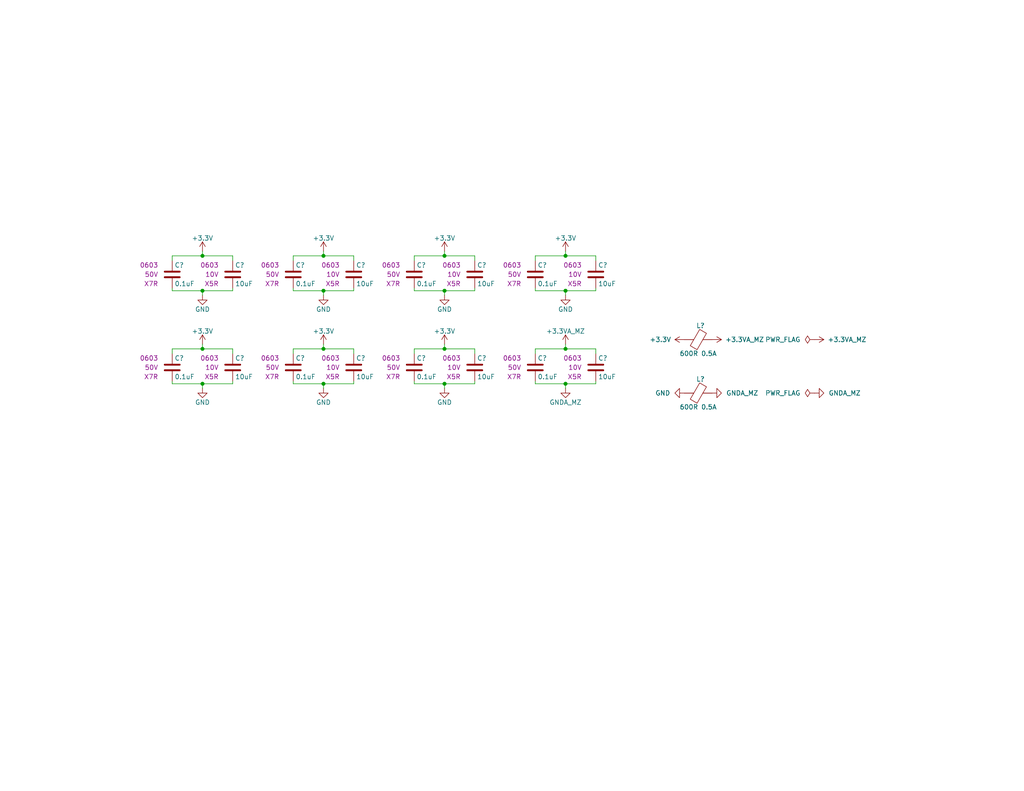
<source format=kicad_sch>
(kicad_sch (version 20230121) (generator eeschema)
  (paper "A")
  (title_block (title "Nixie Clock Redux Core Board") (date "2023-12-25") (rev "B") (company "Drew Maatman"))
  (lib_symbols
    (symbol "Custom_Library:+3.3VA_MZ" (power) (pin_names (offset 0))
      (property "Value" "Custom_Library_+3.3VA_MZ" (at 0 3.556 0))
      (symbol "+3.3VA_MZ_0_1"
        (polyline (pts (xy -0.762 1.27) (xy 0 2.54)))
        (polyline (pts (xy 0 0) (xy 0 2.54)))
        (polyline (pts (xy 0 2.54) (xy 0.762 1.27)))
      )
      (symbol "+3.3VA_MZ_1_1"
        (pin power_in line (at 0 0 90) (length 0) hide (name "+3.3VA_MZ") (number "1"))
      )
    )
    (symbol "Custom_Library:C_Custom" (pin_numbers hide) (pin_names (offset 0.254))
      (property "Reference" "C" (at 0.635 2.54 0))
      (property "Value" "Custom_Library_C_Custom" (at 0.635 -2.54 0))
      (property "display_footprint" "Foot" (at -3.81 2.54 0))
      (property "Voltage" "V" (at -3.81 0 0))
      (property "Dielectric" "Er" (at -3.81 -2.54 0))
      (symbol "C_Custom_0_1"
        (polyline (pts (xy -2.032 -0.762) (xy 2.032 -0.762)) (stroke (width 0.508)))
        (polyline (pts (xy -2.032 0.762) (xy 2.032 0.762)) (stroke (width 0.508)))
      )
      (symbol "C_Custom_1_1"
        (pin passive line (at 0 3.81 270) (length 2.794) (name "~") (number "1"))
        (pin passive line (at 0 -3.81 90) (length 2.794) (name "~") (number "2"))
      )
    )
    (symbol "Custom_Library:GNDA_MZ" (power) (pin_names (offset 0))
      (property "Value" "Custom_Library_GNDA_MZ" (at 0 -3.81 0))
      (symbol "GNDA_MZ_0_1"
        (polyline (pts (xy 0 0) (xy 0 -1.27) (xy 1.27 -1.27) (xy 0 -2.54) (xy -1.27 -1.27) (xy 0 -1.27)))
      )
      (symbol "GNDA_MZ_1_1"
        (pin power_in line (at 0 0 270) (length 0) hide (name "GNDA_MZ") (number "1"))
      )
    )
    (symbol "Device:Ferrite_Bead" (pin_numbers hide) (pin_names (offset 0))
      (property "Reference" "FB" (at -3.81 0.635 90))
      (property "Value" "Device_Ferrite_Bead" (at 3.81 0 90))
      (symbol "Ferrite_Bead_0_1"
        (polyline (pts (xy 0 -1.27) (xy 0 -1.2192)))
        (polyline (pts (xy 0 1.27) (xy 0 1.2954)))
        (polyline (pts (xy -2.7686 0.4064) (xy -1.7018 2.2606) (xy 2.7686 -0.3048) (xy 1.6764 -2.159) (xy -2.7686 0.4064)))
      )
      (symbol "Ferrite_Bead_1_1"
        (pin passive line (at 0 3.81 270) (length 2.54) (name "~") (number "1"))
        (pin passive line (at 0 -3.81 90) (length 2.54) (name "~") (number "2"))
      )
    )
    (symbol "power:+3.3V" (power) (pin_names (offset 0))
      (property "Value" "+3.3V" (at 0 3.556 0))
      (symbol "+3.3V_0_1"
        (polyline (pts (xy -0.762 1.27) (xy 0 2.54)))
        (polyline (pts (xy 0 0) (xy 0 2.54)))
        (polyline (pts (xy 0 2.54) (xy 0.762 1.27)))
      )
      (symbol "+3.3V_1_1"
        (pin power_in line (at 0 0 90) (length 0) hide (name "+3.3V") (number "1"))
      )
    )
    (symbol "power:GND" (power) (pin_names (offset 0))
      (property "Value" "GND" (at 0 -3.81 0))
      (symbol "GND_0_1"
        (polyline (pts (xy 0 0) (xy 0 -1.27) (xy 1.27 -1.27) (xy 0 -2.54) (xy -1.27 -1.27) (xy 0 -1.27)))
      )
      (symbol "GND_1_1"
        (pin power_in line (at 0 0 270) (length 0) hide (name "GND") (number "1"))
      )
    )
    (symbol "power:PWR_FLAG" (power) (pin_numbers hide) (pin_names (offset 0) hide)
      (property "Value" "PWR_FLAG" (at 0 3.81 0))
      (symbol "PWR_FLAG_0_0"
        (pin power_out line (at 0 0 90) (length 0) (name "pwr") (number "1"))
      )
      (symbol "PWR_FLAG_0_1"
        (polyline (pts (xy 0 0) (xy 0 1.27) (xy -1.016 1.905) (xy 0 2.54) (xy 1.016 1.905) (xy 0 1.27)))
      )
    )
  )
  (junction (at 55.245 95.25))
  (junction (at 121.285 95.25))
  (junction (at 154.305 104.775))
  (junction (at 154.305 69.85))
  (junction (at 88.265 69.85))
  (junction (at 154.305 95.25))
  (junction (at 121.285 69.85))
  (junction (at 154.305 79.375))
  (junction (at 55.245 69.85))
  (junction (at 55.245 104.775))
  (junction (at 88.265 79.375))
  (junction (at 88.265 104.775))
  (junction (at 55.245 79.375))
  (junction (at 88.265 95.25))
  (junction (at 121.285 79.375))
  (junction (at 121.285 104.775))
  (wire (pts (xy 146.05 95.25) (xy 146.05 96.52)))
  (wire (pts (xy 46.99 104.775) (xy 46.99 104.14)))
  (wire (pts (xy 146.05 104.775) (xy 146.05 104.14)))
  (wire (pts (xy 46.99 69.85) (xy 46.99 71.12)))
  (wire (pts (xy 121.285 69.85) (xy 129.54 69.85)))
  (wire (pts (xy 88.265 79.375) (xy 96.52 79.375)))
  (wire (pts (xy 63.5 95.25) (xy 63.5 96.52)))
  (wire (pts (xy 55.245 93.98) (xy 55.245 95.25)))
  (wire (pts (xy 113.03 104.775) (xy 113.03 104.14)))
  (wire (pts (xy 113.03 95.25) (xy 113.03 96.52)))
  (wire (pts (xy 88.265 104.775) (xy 96.52 104.775)))
  (wire (pts (xy 46.99 95.25) (xy 46.99 96.52)))
  (wire (pts (xy 154.305 104.775) (xy 154.305 106.045)))
  (wire (pts (xy 88.265 69.85) (xy 96.52 69.85)))
  (wire (pts (xy 146.05 104.775) (xy 154.305 104.775)))
  (wire (pts (xy 121.285 104.775) (xy 121.285 106.045)))
  (wire (pts (xy 129.54 79.375) (xy 129.54 78.74)))
  (wire (pts (xy 154.305 79.375) (xy 154.305 80.645)))
  (wire (pts (xy 63.5 69.85) (xy 63.5 71.12)))
  (wire (pts (xy 154.305 79.375) (xy 162.56 79.375)))
  (wire (pts (xy 129.54 69.85) (xy 129.54 71.12)))
  (wire (pts (xy 80.01 79.375) (xy 88.265 79.375)))
  (wire (pts (xy 80.01 95.25) (xy 80.01 96.52)))
  (wire (pts (xy 146.05 69.85) (xy 146.05 71.12)))
  (wire (pts (xy 113.03 95.25) (xy 121.285 95.25)))
  (wire (pts (xy 80.01 69.85) (xy 80.01 71.12)))
  (wire (pts (xy 154.305 69.85) (xy 162.56 69.85)))
  (wire (pts (xy 113.03 69.85) (xy 113.03 71.12)))
  (wire (pts (xy 88.265 68.58) (xy 88.265 69.85)))
  (wire (pts (xy 55.245 69.85) (xy 63.5 69.85)))
  (wire (pts (xy 146.05 79.375) (xy 146.05 78.74)))
  (wire (pts (xy 96.52 79.375) (xy 96.52 78.74)))
  (wire (pts (xy 55.245 79.375) (xy 55.245 80.645)))
  (wire (pts (xy 46.99 69.85) (xy 55.245 69.85)))
  (wire (pts (xy 88.265 93.98) (xy 88.265 95.25)))
  (wire (pts (xy 146.05 79.375) (xy 154.305 79.375)))
  (wire (pts (xy 55.245 79.375) (xy 63.5 79.375)))
  (wire (pts (xy 88.265 79.375) (xy 88.265 80.645)))
  (wire (pts (xy 46.99 95.25) (xy 55.245 95.25)))
  (wire (pts (xy 55.245 95.25) (xy 63.5 95.25)))
  (wire (pts (xy 121.285 79.375) (xy 129.54 79.375)))
  (wire (pts (xy 113.03 79.375) (xy 113.03 78.74)))
  (wire (pts (xy 154.305 93.98) (xy 154.305 95.25)))
  (wire (pts (xy 146.05 69.85) (xy 154.305 69.85)))
  (wire (pts (xy 96.52 95.25) (xy 96.52 96.52)))
  (wire (pts (xy 162.56 104.775) (xy 162.56 104.14)))
  (wire (pts (xy 96.52 104.775) (xy 96.52 104.14)))
  (wire (pts (xy 80.01 95.25) (xy 88.265 95.25)))
  (wire (pts (xy 154.305 104.775) (xy 162.56 104.775)))
  (wire (pts (xy 63.5 104.775) (xy 63.5 104.14)))
  (wire (pts (xy 88.265 95.25) (xy 96.52 95.25)))
  (wire (pts (xy 162.56 95.25) (xy 162.56 96.52)))
  (wire (pts (xy 46.99 104.775) (xy 55.245 104.775)))
  (wire (pts (xy 113.03 69.85) (xy 121.285 69.85)))
  (wire (pts (xy 80.01 79.375) (xy 80.01 78.74)))
  (wire (pts (xy 121.285 79.375) (xy 121.285 80.645)))
  (wire (pts (xy 129.54 104.775) (xy 129.54 104.14)))
  (wire (pts (xy 80.01 104.775) (xy 80.01 104.14)))
  (wire (pts (xy 113.03 104.775) (xy 121.285 104.775)))
  (wire (pts (xy 88.265 104.775) (xy 88.265 106.045)))
  (wire (pts (xy 55.245 104.775) (xy 63.5 104.775)))
  (wire (pts (xy 55.245 68.58) (xy 55.245 69.85)))
  (wire (pts (xy 121.285 93.98) (xy 121.285 95.25)))
  (wire (pts (xy 46.99 79.375) (xy 55.245 79.375)))
  (wire (pts (xy 154.305 95.25) (xy 162.56 95.25)))
  (wire (pts (xy 162.56 69.85) (xy 162.56 71.12)))
  (wire (pts (xy 162.56 79.375) (xy 162.56 78.74)))
  (wire (pts (xy 55.245 104.775) (xy 55.245 106.045)))
  (wire (pts (xy 113.03 79.375) (xy 121.285 79.375)))
  (wire (pts (xy 121.285 95.25) (xy 129.54 95.25)))
  (wire (pts (xy 63.5 79.375) (xy 63.5 78.74)))
  (wire (pts (xy 80.01 69.85) (xy 88.265 69.85)))
  (wire (pts (xy 121.285 68.58) (xy 121.285 69.85)))
  (wire (pts (xy 46.99 79.375) (xy 46.99 78.74)))
  (wire (pts (xy 121.285 104.775) (xy 129.54 104.775)))
  (wire (pts (xy 146.05 95.25) (xy 154.305 95.25)))
  (wire (pts (xy 80.01 104.775) (xy 88.265 104.775)))
  (wire (pts (xy 96.52 69.85) (xy 96.52 71.12)))
  (wire (pts (xy 154.305 68.58) (xy 154.305 69.85)))
  (wire (pts (xy 129.54 95.25) (xy 129.54 96.52)))
  (symbol (lib_id "Custom_Library:C_Custom") (at 113.03 100.33 0) (unit 1)
    (property "Reference" "C?" (at 113.665 97.79 0) (effects (justify left)))
    (property "Value" "0.1uF" (at 113.665 102.87 0) (effects (justify left)))
    (property "Footprint" "Capacitors_SMD:C_0603" (effects hide))
    (property "display_footprint" "0603" (at 109.22 97.79 0) (effects (justify right)))
    (property "Voltage" "50V" (at 109.22 100.33 0) (effects (justify right)))
    (property "Dielectric" "X7R" (at 109.22 102.87 0) (effects (justify right)))
    (property "Digi-Key PN" "1276-1935-1-ND" (effects hide))
    (instances (project "VFD_Clock" (path "" (reference "C?") (unit 1))) (project "Nixie_Clock_Core" (path "" (reference "C910") (unit 1))))
  )
  (symbol (lib_id "power:+3.3V") (at 121.285 93.98 0) (unit 1)
    (property "Reference" "#PWR?" (effects hide))
    (property "Value" "+3.3V" (at 121.285 90.424 0))
    (instances (project "VFD_Clock" (path "" (reference "#PWR?") (unit 1))) (project "Nixie_Clock_Core" (path "" (reference "#PWR0911") (unit 1))))
  )
  (symbol (lib_id "Custom_Library:+3.3VA_MZ") (at 222.25 92.71 270) (unit 1)
    (property "Reference" "#PWR?" (effects hide))
    (property "Value" "+3.3VA_MZ" (at 225.806 92.71 90) (effects (justify left)))
    (instances (project "VFD_Clock" (path "" (reference "#PWR?") (unit 1))) (project "Nixie_Clock_Core" (path "" (reference "#PWR0921") (unit 1))))
  )
  (symbol (lib_id "power:GND") (at 55.245 80.645 0) (unit 1)
    (property "Reference" "#PWR?" (effects hide))
    (property "Value" "GND" (at 55.245 84.455 0))
    (instances (project "VFD_Clock" (path "" (reference "#PWR?") (unit 1))) (project "Nixie_Clock_Core" (path "" (reference "#PWR0902") (unit 1))))
  )
  (symbol (lib_id "Custom_Library:GNDA_MZ") (at 194.31 107.315 90) (unit 1)
    (property "Reference" "#PWR?" (effects hide))
    (property "Value" "GNDA_MZ" (at 198.12 107.315 90) (effects (justify right)))
    (instances (project "VFD_Clock" (path "" (reference "#PWR?") (unit 1))) (project "Nixie_Clock_Core" (path "" (reference "#PWR0920") (unit 1))))
  )
  (symbol (lib_id "Custom_Library:GNDA_MZ") (at 222.25 107.315 90) (unit 1)
    (property "Reference" "#PWR?" (effects hide))
    (property "Value" "GNDA_MZ" (at 226.06 107.315 90) (effects (justify right)))
    (instances (project "VFD_Clock" (path "" (reference "#PWR?") (unit 1))) (project "Nixie_Clock_Core" (path "" (reference "#PWR0922") (unit 1))))
  )
  (symbol (lib_id "power:PWR_FLAG") (at 222.25 107.315 90) (unit 1)
    (property "Reference" "#FLG?" (effects hide))
    (property "Value" "PWR_FLAG" (at 218.44 107.315 90) (effects (justify left)))
    (instances (project "VFD_Clock" (path "" (reference "#FLG?") (unit 1))) (project "Nixie_Clock_Core" (path "" (reference "#FLG0902") (unit 1))))
  )
  (symbol (lib_id "power:+3.3V") (at 88.265 68.58 0) (unit 1)
    (property "Reference" "#PWR?" (effects hide))
    (property "Value" "+3.3V" (at 88.265 65.024 0))
    (instances (project "VFD_Clock" (path "" (reference "#PWR?") (unit 1))) (project "Nixie_Clock_Core" (path "" (reference "#PWR0905") (unit 1))))
  )
  (symbol (lib_id "Device:Ferrite_Bead") (at 190.5 92.71 270) (unit 1)
    (property "Reference" "L?" (at 191.135 88.9 90))
    (property "Value" "600R 0.5A" (at 190.5 96.52 90))
    (property "Footprint" "Inductors_SMD:L_0603" (effects hide))
    (property "Digi-Key PN" "490-1014-1-ND" (effects hide))
    (instances (project "VFD_Clock" (path "" (reference "L?") (unit 1)) (path "" (reference "L?") (unit 1))) (project "Nixie_Clock_Core" (path "" (reference "L901") (unit 1))))
  )
  (symbol (lib_id "power:+3.3V") (at 154.305 68.58 0) (unit 1)
    (property "Reference" "#PWR?" (effects hide))
    (property "Value" "+3.3V" (at 154.305 65.024 0))
    (instances (project "VFD_Clock" (path "" (reference "#PWR?") (unit 1))) (project "Nixie_Clock_Core" (path "" (reference "#PWR0913") (unit 1))))
  )
  (symbol (lib_id "Custom_Library:C_Custom") (at 146.05 74.93 0) (unit 1)
    (property "Reference" "C?" (at 146.685 72.39 0) (effects (justify left)))
    (property "Value" "0.1uF" (at 146.685 77.47 0) (effects (justify left)))
    (property "Footprint" "Capacitors_SMD:C_0603" (effects hide))
    (property "display_footprint" "0603" (at 142.24 72.39 0) (effects (justify right)))
    (property "Voltage" "50V" (at 142.24 74.93 0) (effects (justify right)))
    (property "Dielectric" "X7R" (at 142.24 77.47 0) (effects (justify right)))
    (property "Digi-Key PN" "1276-1935-1-ND" (effects hide))
    (instances (project "VFD_Clock" (path "" (reference "C?") (unit 1))) (project "Nixie_Clock_Core" (path "" (reference "C913") (unit 1))))
  )
  (symbol (lib_id "Custom_Library:+3.3VA_MZ") (at 194.31 92.71 270) (unit 1)
    (property "Reference" "#PWR?" (effects hide))
    (property "Value" "+3.3VA_MZ" (at 197.866 92.71 90) (effects (justify left)))
    (instances (project "VFD_Clock" (path "" (reference "#PWR?") (unit 1))) (project "Nixie_Clock_Core" (path "" (reference "#PWR0919") (unit 1))))
  )
  (symbol (lib_id "power:GND") (at 88.265 106.045 0) (unit 1)
    (property "Reference" "#PWR?" (effects hide))
    (property "Value" "GND" (at 88.265 109.855 0))
    (instances (project "VFD_Clock" (path "" (reference "#PWR?") (unit 1))) (project "Nixie_Clock_Core" (path "" (reference "#PWR0908") (unit 1))))
  )
  (symbol (lib_id "Custom_Library:C_Custom") (at 46.99 74.93 0) (unit 1)
    (property "Reference" "C?" (at 47.625 72.39 0) (effects (justify left)))
    (property "Value" "0.1uF" (at 47.625 77.47 0) (effects (justify left)))
    (property "Footprint" "Capacitors_SMD:C_0603" (effects hide))
    (property "display_footprint" "0603" (at 43.18 72.39 0) (effects (justify right)))
    (property "Voltage" "50V" (at 43.18 74.93 0) (effects (justify right)))
    (property "Dielectric" "X7R" (at 43.18 77.47 0) (effects (justify right)))
    (property "Digi-Key PN" "1276-1935-1-ND" (effects hide))
    (instances (project "VFD_Clock" (path "" (reference "C?") (unit 1))) (project "Nixie_Clock_Core" (path "" (reference "C901") (unit 1))))
  )
  (symbol (lib_id "power:GND") (at 121.285 106.045 0) (unit 1)
    (property "Reference" "#PWR?" (effects hide))
    (property "Value" "GND" (at 121.285 109.855 0))
    (instances (project "VFD_Clock" (path "" (reference "#PWR?") (unit 1))) (project "Nixie_Clock_Core" (path "" (reference "#PWR0912") (unit 1))))
  )
  (symbol (lib_id "Custom_Library:C_Custom") (at 113.03 74.93 0) (unit 1)
    (property "Reference" "C?" (at 113.665 72.39 0) (effects (justify left)))
    (property "Value" "0.1uF" (at 113.665 77.47 0) (effects (justify left)))
    (property "Footprint" "Capacitors_SMD:C_0603" (effects hide))
    (property "display_footprint" "0603" (at 109.22 72.39 0) (effects (justify right)))
    (property "Voltage" "50V" (at 109.22 74.93 0) (effects (justify right)))
    (property "Dielectric" "X7R" (at 109.22 77.47 0) (effects (justify right)))
    (property "Digi-Key PN" "1276-1935-1-ND" (effects hide))
    (instances (project "VFD_Clock" (path "" (reference "C?") (unit 1))) (project "Nixie_Clock_Core" (path "" (reference "C909") (unit 1))))
  )
  (symbol (lib_id "power:GND") (at 55.245 106.045 0) (unit 1)
    (property "Reference" "#PWR?" (effects hide))
    (property "Value" "GND" (at 55.245 109.855 0))
    (instances (project "VFD_Clock" (path "" (reference "#PWR?") (unit 1))) (project "Nixie_Clock_Core" (path "" (reference "#PWR0904") (unit 1))))
  )
  (symbol (lib_id "Custom_Library:C_Custom") (at 96.52 74.93 0) (unit 1)
    (property "Reference" "C?" (at 97.155 72.39 0) (effects (justify left)))
    (property "Value" "10uF" (at 97.155 77.47 0) (effects (justify left)))
    (property "Footprint" "Capacitors_SMD:C_0603" (effects hide))
    (property "display_footprint" "0603" (at 92.71 72.39 0) (effects (justify right)))
    (property "Voltage" "10V" (at 92.71 74.93 0) (effects (justify right)))
    (property "Dielectric" "X5R" (at 92.71 77.47 0) (effects (justify right)))
    (property "Digi-Key PN" "1276-1871-1-ND" (effects hide))
    (instances (project "VFD_Clock" (path "" (reference "C?") (unit 1)) (path "" (reference "C?") (unit 1)) (path "" (reference "C?") (unit 1)) (path "" (reference "C?") (unit 1)) (path "" (reference "C?") (unit 1))) (project "Nixie_Clock_Core" (path "" (reference "C907") (unit 1))))
  )
  (symbol (lib_id "Custom_Library:C_Custom") (at 162.56 74.93 0) (unit 1)
    (property "Reference" "C?" (at 163.195 72.39 0) (effects (justify left)))
    (property "Value" "10uF" (at 163.195 77.47 0) (effects (justify left)))
    (property "Footprint" "Capacitors_SMD:C_0603" (effects hide))
    (property "display_footprint" "0603" (at 158.75 72.39 0) (effects (justify right)))
    (property "Voltage" "10V" (at 158.75 74.93 0) (effects (justify right)))
    (property "Dielectric" "X5R" (at 158.75 77.47 0) (effects (justify right)))
    (property "Digi-Key PN" "1276-1871-1-ND" (effects hide))
    (instances (project "VFD_Clock" (path "" (reference "C?") (unit 1)) (path "" (reference "C?") (unit 1)) (path "" (reference "C?") (unit 1)) (path "" (reference "C?") (unit 1)) (path "" (reference "C?") (unit 1))) (project "Nixie_Clock_Core" (path "" (reference "C915") (unit 1))))
  )
  (symbol (lib_id "Device:Ferrite_Bead") (at 190.5 107.315 270) (unit 1)
    (property "Reference" "L?" (at 191.135 103.505 90))
    (property "Value" "600R 0.5A" (at 190.5 111.125 90))
    (property "Footprint" "Inductors_SMD:L_0603" (effects hide))
    (property "Digi-Key PN" "490-1014-1-ND" (effects hide))
    (instances (project "VFD_Clock" (path "" (reference "L?") (unit 1)) (path "" (reference "L?") (unit 1))) (project "Nixie_Clock_Core" (path "" (reference "L902") (unit 1))))
  )
  (symbol (lib_id "Custom_Library:C_Custom") (at 96.52 100.33 0) (unit 1)
    (property "Reference" "C?" (at 97.155 97.79 0) (effects (justify left)))
    (property "Value" "10uF" (at 97.155 102.87 0) (effects (justify left)))
    (property "Footprint" "Capacitors_SMD:C_0603" (effects hide))
    (property "display_footprint" "0603" (at 92.71 97.79 0) (effects (justify right)))
    (property "Voltage" "10V" (at 92.71 100.33 0) (effects (justify right)))
    (property "Dielectric" "X5R" (at 92.71 102.87 0) (effects (justify right)))
    (property "Digi-Key PN" "1276-1871-1-ND" (effects hide))
    (instances (project "VFD_Clock" (path "" (reference "C?") (unit 1)) (path "" (reference "C?") (unit 1)) (path "" (reference "C?") (unit 1)) (path "" (reference "C?") (unit 1)) (path "" (reference "C?") (unit 1))) (project "Nixie_Clock_Core" (path "" (reference "C908") (unit 1))))
  )
  (symbol (lib_id "power:+3.3V") (at 186.69 92.71 90) (unit 1)
    (property "Reference" "#PWR?" (effects hide))
    (property "Value" "+3.3V" (at 183.134 92.71 90) (effects (justify left)))
    (instances (project "VFD_Clock" (path "" (reference "#PWR?") (unit 1))) (project "Nixie_Clock_Core" (path "" (reference "#PWR0917") (unit 1))))
  )
  (symbol (lib_id "power:+3.3V") (at 121.285 68.58 0) (unit 1)
    (property "Reference" "#PWR?" (effects hide))
    (property "Value" "+3.3V" (at 121.285 65.024 0))
    (instances (project "VFD_Clock" (path "" (reference "#PWR?") (unit 1))) (project "Nixie_Clock_Core" (path "" (reference "#PWR0909") (unit 1))))
  )
  (symbol (lib_id "Custom_Library:C_Custom") (at 80.01 74.93 0) (unit 1)
    (property "Reference" "C?" (at 80.645 72.39 0) (effects (justify left)))
    (property "Value" "0.1uF" (at 80.645 77.47 0) (effects (justify left)))
    (property "Footprint" "Capacitors_SMD:C_0603" (effects hide))
    (property "display_footprint" "0603" (at 76.2 72.39 0) (effects (justify right)))
    (property "Voltage" "50V" (at 76.2 74.93 0) (effects (justify right)))
    (property "Dielectric" "X7R" (at 76.2 77.47 0) (effects (justify right)))
    (property "Digi-Key PN" "1276-1935-1-ND" (effects hide))
    (instances (project "VFD_Clock" (path "" (reference "C?") (unit 1))) (project "Nixie_Clock_Core" (path "" (reference "C905") (unit 1))))
  )
  (symbol (lib_id "power:GND") (at 121.285 80.645 0) (unit 1)
    (property "Reference" "#PWR?" (effects hide))
    (property "Value" "GND" (at 121.285 84.455 0))
    (instances (project "VFD_Clock" (path "" (reference "#PWR?") (unit 1))) (project "Nixie_Clock_Core" (path "" (reference "#PWR0910") (unit 1))))
  )
  (symbol (lib_id "Custom_Library:C_Custom") (at 129.54 74.93 0) (unit 1)
    (property "Reference" "C?" (at 130.175 72.39 0) (effects (justify left)))
    (property "Value" "10uF" (at 130.175 77.47 0) (effects (justify left)))
    (property "Footprint" "Capacitors_SMD:C_0603" (effects hide))
    (property "display_footprint" "0603" (at 125.73 72.39 0) (effects (justify right)))
    (property "Voltage" "10V" (at 125.73 74.93 0) (effects (justify right)))
    (property "Dielectric" "X5R" (at 125.73 77.47 0) (effects (justify right)))
    (property "Digi-Key PN" "1276-1871-1-ND" (effects hide))
    (instances (project "VFD_Clock" (path "" (reference "C?") (unit 1)) (path "" (reference "C?") (unit 1)) (path "" (reference "C?") (unit 1)) (path "" (reference "C?") (unit 1)) (path "" (reference "C?") (unit 1))) (project "Nixie_Clock_Core" (path "" (reference "C911") (unit 1))))
  )
  (symbol (lib_id "power:GND") (at 186.69 107.315 270) (unit 1)
    (property "Reference" "#PWR?" (effects hide))
    (property "Value" "GND" (at 182.88 107.315 90) (effects (justify right)))
    (instances (project "VFD_Clock" (path "" (reference "#PWR?") (unit 1))) (project "Nixie_Clock_Core" (path "" (reference "#PWR0918") (unit 1))))
  )
  (symbol (lib_id "power:GND") (at 88.265 80.645 0) (unit 1)
    (property "Reference" "#PWR?" (effects hide))
    (property "Value" "GND" (at 88.265 84.455 0))
    (instances (project "VFD_Clock" (path "" (reference "#PWR?") (unit 1))) (project "Nixie_Clock_Core" (path "" (reference "#PWR0906") (unit 1))))
  )
  (symbol (lib_id "power:GND") (at 154.305 80.645 0) (unit 1)
    (property "Reference" "#PWR?" (effects hide))
    (property "Value" "GND" (at 154.305 84.455 0))
    (instances (project "VFD_Clock" (path "" (reference "#PWR?") (unit 1))) (project "Nixie_Clock_Core" (path "" (reference "#PWR0914") (unit 1))))
  )
  (symbol (lib_id "Custom_Library:+3.3VA_MZ") (at 154.305 93.98 0) (unit 1)
    (property "Reference" "#PWR?" (effects hide))
    (property "Value" "+3.3VA_MZ" (at 154.305 90.424 0))
    (instances (project "VFD_Clock" (path "" (reference "#PWR?") (unit 1))) (project "Nixie_Clock_Core" (path "" (reference "#PWR0915") (unit 1))))
  )
  (symbol (lib_id "power:+3.3V") (at 55.245 68.58 0) (unit 1)
    (property "Reference" "#PWR?" (effects hide))
    (property "Value" "+3.3V" (at 55.245 65.024 0))
    (instances (project "VFD_Clock" (path "" (reference "#PWR?") (unit 1))) (project "Nixie_Clock_Core" (path "" (reference "#PWR0901") (unit 1))))
  )
  (symbol (lib_id "power:PWR_FLAG") (at 222.25 92.71 90) (unit 1)
    (property "Reference" "#FLG?" (effects hide))
    (property "Value" "PWR_FLAG" (at 218.44 92.71 90) (effects (justify left)))
    (instances (project "VFD_Clock" (path "" (reference "#FLG?") (unit 1))) (project "Nixie_Clock_Core" (path "" (reference "#FLG0901") (unit 1))))
  )
  (symbol (lib_id "Custom_Library:C_Custom") (at 80.01 100.33 0) (unit 1)
    (property "Reference" "C?" (at 80.645 97.79 0) (effects (justify left)))
    (property "Value" "0.1uF" (at 80.645 102.87 0) (effects (justify left)))
    (property "Footprint" "Capacitors_SMD:C_0603" (effects hide))
    (property "display_footprint" "0603" (at 76.2 97.79 0) (effects (justify right)))
    (property "Voltage" "50V" (at 76.2 100.33 0) (effects (justify right)))
    (property "Dielectric" "X7R" (at 76.2 102.87 0) (effects (justify right)))
    (property "Digi-Key PN" "1276-1935-1-ND" (effects hide))
    (instances (project "VFD_Clock" (path "" (reference "C?") (unit 1))) (project "Nixie_Clock_Core" (path "" (reference "C906") (unit 1))))
  )
  (symbol (lib_id "Custom_Library:C_Custom") (at 46.99 100.33 0) (unit 1)
    (property "Reference" "C?" (at 47.625 97.79 0) (effects (justify left)))
    (property "Value" "0.1uF" (at 47.625 102.87 0) (effects (justify left)))
    (property "Footprint" "Capacitors_SMD:C_0603" (effects hide))
    (property "display_footprint" "0603" (at 43.18 97.79 0) (effects (justify right)))
    (property "Voltage" "50V" (at 43.18 100.33 0) (effects (justify right)))
    (property "Dielectric" "X7R" (at 43.18 102.87 0) (effects (justify right)))
    (property "Digi-Key PN" "1276-1935-1-ND" (effects hide))
    (instances (project "VFD_Clock" (path "" (reference "C?") (unit 1))) (project "Nixie_Clock_Core" (path "" (reference "C902") (unit 1))))
  )
  (symbol (lib_id "power:+3.3V") (at 88.265 93.98 0) (unit 1)
    (property "Reference" "#PWR?" (effects hide))
    (property "Value" "+3.3V" (at 88.265 90.424 0))
    (instances (project "VFD_Clock" (path "" (reference "#PWR?") (unit 1))) (project "Nixie_Clock_Core" (path "" (reference "#PWR0907") (unit 1))))
  )
  (symbol (lib_id "Custom_Library:C_Custom") (at 63.5 100.33 0) (unit 1)
    (property "Reference" "C?" (at 64.135 97.79 0) (effects (justify left)))
    (property "Value" "10uF" (at 64.135 102.87 0) (effects (justify left)))
    (property "Footprint" "Capacitors_SMD:C_0603" (effects hide))
    (property "display_footprint" "0603" (at 59.69 97.79 0) (effects (justify right)))
    (property "Voltage" "10V" (at 59.69 100.33 0) (effects (justify right)))
    (property "Dielectric" "X5R" (at 59.69 102.87 0) (effects (justify right)))
    (property "Digi-Key PN" "1276-1871-1-ND" (effects hide))
    (instances (project "VFD_Clock" (path "" (reference "C?") (unit 1)) (path "" (reference "C?") (unit 1)) (path "" (reference "C?") (unit 1)) (path "" (reference "C?") (unit 1)) (path "" (reference "C?") (unit 1))) (project "Nixie_Clock_Core" (path "" (reference "C904") (unit 1))))
  )
  (symbol (lib_id "Custom_Library:C_Custom") (at 129.54 100.33 0) (unit 1)
    (property "Reference" "C?" (at 130.175 97.79 0) (effects (justify left)))
    (property "Value" "10uF" (at 130.175 102.87 0) (effects (justify left)))
    (property "Footprint" "Capacitors_SMD:C_0603" (effects hide))
    (property "display_footprint" "0603" (at 125.73 97.79 0) (effects (justify right)))
    (property "Voltage" "10V" (at 125.73 100.33 0) (effects (justify right)))
    (property "Dielectric" "X5R" (at 125.73 102.87 0) (effects (justify right)))
    (property "Digi-Key PN" "1276-1871-1-ND" (effects hide))
    (instances (project "VFD_Clock" (path "" (reference "C?") (unit 1)) (path "" (reference "C?") (unit 1)) (path "" (reference "C?") (unit 1)) (path "" (reference "C?") (unit 1)) (path "" (reference "C?") (unit 1))) (project "Nixie_Clock_Core" (path "" (reference "C912") (unit 1))))
  )
  (symbol (lib_id "Custom_Library:GNDA_MZ") (at 154.305 106.045 0) (unit 1)
    (property "Reference" "#PWR?" (effects hide))
    (property "Value" "GNDA_MZ" (at 154.305 109.855 0))
    (instances (project "VFD_Clock" (path "" (reference "#PWR?") (unit 1))) (project "Nixie_Clock_Core" (path "" (reference "#PWR0916") (unit 1))))
  )
  (symbol (lib_id "power:+3.3V") (at 55.245 93.98 0) (unit 1)
    (property "Reference" "#PWR?" (effects hide))
    (property "Value" "+3.3V" (at 55.245 90.424 0))
    (instances (project "VFD_Clock" (path "" (reference "#PWR?") (unit 1))) (project "Nixie_Clock_Core" (path "" (reference "#PWR0903") (unit 1))))
  )
  (symbol (lib_id "Custom_Library:C_Custom") (at 162.56 100.33 0) (unit 1)
    (property "Reference" "C?" (at 163.195 97.79 0) (effects (justify left)))
    (property "Value" "10uF" (at 163.195 102.87 0) (effects (justify left)))
    (property "Footprint" "Capacitors_SMD:C_0603" (effects hide))
    (property "display_footprint" "0603" (at 158.75 97.79 0) (effects (justify right)))
    (property "Voltage" "10V" (at 158.75 100.33 0) (effects (justify right)))
    (property "Dielectric" "X5R" (at 158.75 102.87 0) (effects (justify right)))
    (property "Digi-Key PN" "1276-1871-1-ND" (effects hide))
    (instances (project "VFD_Clock" (path "" (reference "C?") (unit 1)) (path "" (reference "C?") (unit 1)) (path "" (reference "C?") (unit 1)) (path "" (reference "C?") (unit 1)) (path "" (reference "C?") (unit 1))) (project "Nixie_Clock_Core" (path "" (reference "C916") (unit 1))))
  )
  (symbol (lib_id "Custom_Library:C_Custom") (at 63.5 74.93 0) (unit 1)
    (property "Reference" "C?" (at 64.135 72.39 0) (effects (justify left)))
    (property "Value" "10uF" (at 64.135 77.47 0) (effects (justify left)))
    (property "Footprint" "Capacitors_SMD:C_0603" (effects hide))
    (property "display_footprint" "0603" (at 59.69 72.39 0) (effects (justify right)))
    (property "Voltage" "10V" (at 59.69 74.93 0) (effects (justify right)))
    (property "Dielectric" "X5R" (at 59.69 77.47 0) (effects (justify right)))
    (property "Digi-Key PN" "1276-1871-1-ND" (effects hide))
    (instances (project "VFD_Clock" (path "" (reference "C?") (unit 1)) (path "" (reference "C?") (unit 1)) (path "" (reference "C?") (unit 1)) (path "" (reference "C?") (unit 1)) (path "" (reference "C?") (unit 1))) (project "Nixie_Clock_Core" (path "" (reference "C903") (unit 1))))
  )
  (symbol (lib_id "Custom_Library:C_Custom") (at 146.05 100.33 0) (unit 1)
    (property "Reference" "C?" (at 146.685 97.79 0) (effects (justify left)))
    (property "Value" "0.1uF" (at 146.685 102.87 0) (effects (justify left)))
    (property "Footprint" "Capacitors_SMD:C_0603" (effects hide))
    (property "display_footprint" "0603" (at 142.24 97.79 0) (effects (justify right)))
    (property "Voltage" "50V" (at 142.24 100.33 0) (effects (justify right)))
    (property "Dielectric" "X7R" (at 142.24 102.87 0) (effects (justify right)))
    (property "Digi-Key PN" "1276-1935-1-ND" (effects hide))
    (instances (project "VFD_Clock" (path "" (reference "C?") (unit 1))) (project "Nixie_Clock_Core" (path "" (reference "C914") (unit 1))))
  )
)
</source>
